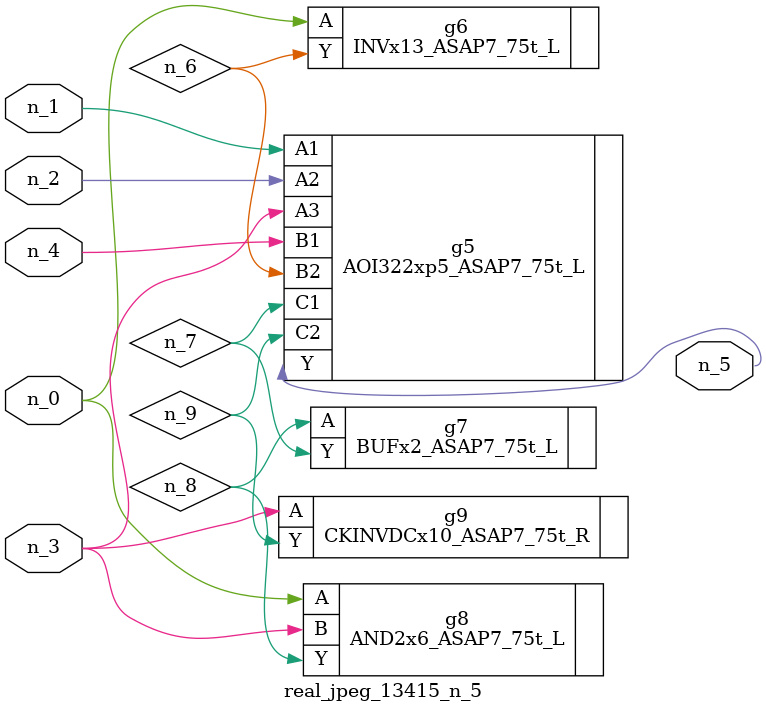
<source format=v>
module real_jpeg_13415_n_5 (n_4, n_0, n_1, n_2, n_3, n_5);

input n_4;
input n_0;
input n_1;
input n_2;
input n_3;

output n_5;

wire n_8;
wire n_6;
wire n_7;
wire n_9;

INVx13_ASAP7_75t_L g6 ( 
.A(n_0),
.Y(n_6)
);

AND2x6_ASAP7_75t_L g8 ( 
.A(n_0),
.B(n_3),
.Y(n_8)
);

AOI322xp5_ASAP7_75t_L g5 ( 
.A1(n_1),
.A2(n_2),
.A3(n_3),
.B1(n_4),
.B2(n_6),
.C1(n_7),
.C2(n_9),
.Y(n_5)
);

CKINVDCx10_ASAP7_75t_R g9 ( 
.A(n_3),
.Y(n_9)
);

BUFx2_ASAP7_75t_L g7 ( 
.A(n_8),
.Y(n_7)
);


endmodule
</source>
